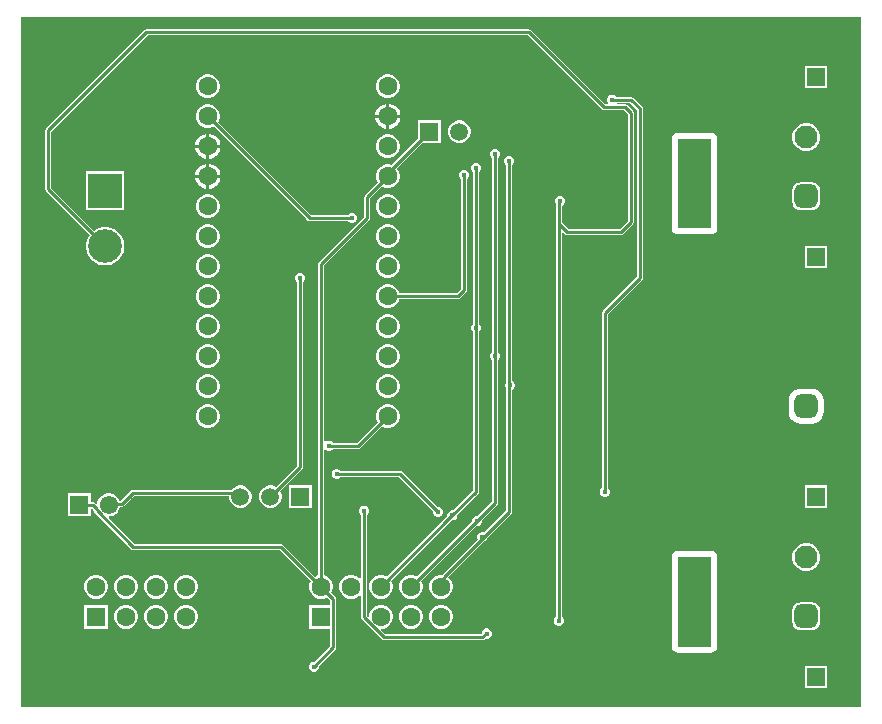
<source format=gbr>
%TF.GenerationSoftware,Altium Limited,Altium Designer,23.9.2 (47)*%
G04 Layer_Physical_Order=2*
G04 Layer_Color=16711680*
%FSLAX45Y45*%
%MOMM*%
%TF.SameCoordinates,FB2876E6-207A-4176-94B4-128B36F1A8A2*%
%TF.FilePolarity,Positive*%
%TF.FileFunction,Copper,L2,Bot,Signal*%
%TF.Part,Single*%
G01*
G75*
%TA.AperFunction,Conductor*%
%ADD20C,0.25000*%
%TA.AperFunction,ComponentPad*%
%ADD21C,1.60000*%
%ADD22R,1.60000X1.60000*%
%ADD23R,1.50000X1.50000*%
%ADD24C,1.50000*%
%ADD25C,1.55000*%
%ADD26R,1.55000X1.55000*%
G04:AMPARAMS|DCode=27|XSize=2.4mm|YSize=4.6mm|CornerRadius=1.2mm|HoleSize=0mm|Usage=FLASHONLY|Rotation=0.000|XOffset=0mm|YOffset=0mm|HoleType=Round|Shape=RoundedRectangle|*
%AMROUNDEDRECTD27*
21,1,2.40000,2.20000,0,0,0.0*
21,1,0.00000,4.60000,0,0,0.0*
1,1,2.40000,0.00000,-1.10000*
1,1,2.40000,0.00000,-1.10000*
1,1,2.40000,0.00000,1.10000*
1,1,2.40000,0.00000,1.10000*
%
%ADD27ROUNDEDRECTD27*%
G04:AMPARAMS|DCode=28|XSize=1.95mm|YSize=1.95mm|CornerRadius=0.4875mm|HoleSize=0mm|Usage=FLASHONLY|Rotation=90.000|XOffset=0mm|YOffset=0mm|HoleType=Round|Shape=RoundedRectangle|*
%AMROUNDEDRECTD28*
21,1,1.95000,0.97500,0,0,90.0*
21,1,0.97500,1.95000,0,0,90.0*
1,1,0.97500,0.48750,0.48750*
1,1,0.97500,0.48750,-0.48750*
1,1,0.97500,-0.48750,-0.48750*
1,1,0.97500,-0.48750,0.48750*
%
%ADD28ROUNDEDRECTD28*%
%ADD29C,1.95000*%
%ADD30C,2.85420*%
%ADD31R,2.85420X2.85420*%
%TA.AperFunction,ViaPad*%
%ADD32C,0.50000*%
%ADD33C,0.45000*%
%ADD34C,0.60000*%
G36*
X17780000Y2540000D02*
X10668000D01*
Y8382000D01*
X17780000D01*
Y2540000D01*
D02*
G37*
%LPC*%
G36*
X17495001Y7965002D02*
X17305000D01*
Y7775002D01*
X17495001D01*
Y7965002D01*
D02*
G37*
G36*
X13787666Y7894498D02*
X13761336D01*
X13735902Y7887683D01*
X13713100Y7874518D01*
X13694482Y7855899D01*
X13681316Y7833096D01*
X13674501Y7807663D01*
Y7781333D01*
X13681316Y7755900D01*
X13694482Y7733097D01*
X13713100Y7714478D01*
X13735902Y7701313D01*
X13761336Y7694498D01*
X13787666D01*
X13813100Y7701313D01*
X13835902Y7714478D01*
X13854521Y7733097D01*
X13867686Y7755900D01*
X13874501Y7781333D01*
Y7807663D01*
X13867686Y7833096D01*
X13854521Y7855899D01*
X13835902Y7874518D01*
X13813100Y7887683D01*
X13787666Y7894498D01*
D02*
G37*
G36*
X12263667D02*
X12237336D01*
X12211903Y7887683D01*
X12189100Y7874518D01*
X12170482Y7855899D01*
X12157316Y7833096D01*
X12150501Y7807663D01*
Y7781333D01*
X12157316Y7755900D01*
X12170482Y7733097D01*
X12189100Y7714478D01*
X12211903Y7701313D01*
X12237336Y7694498D01*
X12263667D01*
X12289100Y7701313D01*
X12311902Y7714478D01*
X12330521Y7733097D01*
X12343686Y7755900D01*
X12350501Y7781333D01*
Y7807663D01*
X12343686Y7833096D01*
X12330521Y7855899D01*
X12311902Y7874518D01*
X12289100Y7887683D01*
X12263667Y7894498D01*
D02*
G37*
G36*
X13788377Y7645898D02*
X13787201D01*
Y7553198D01*
X13879901D01*
Y7554374D01*
X13872717Y7581181D01*
X13858842Y7605215D01*
X13839218Y7624839D01*
X13815184Y7638715D01*
X13788377Y7645898D01*
D02*
G37*
G36*
X13761801D02*
X13760625D01*
X13733818Y7638715D01*
X13709784Y7624839D01*
X13690160Y7605215D01*
X13676283Y7581181D01*
X13669101Y7554374D01*
Y7553198D01*
X13761801D01*
Y7645898D01*
D02*
G37*
G36*
X13879901Y7527798D02*
X13787201D01*
Y7435098D01*
X13788377D01*
X13815184Y7442281D01*
X13839218Y7456157D01*
X13858842Y7475781D01*
X13872717Y7499815D01*
X13879901Y7526622D01*
Y7527798D01*
D02*
G37*
G36*
X13761801D02*
X13669101D01*
Y7526622D01*
X13676283Y7499815D01*
X13690160Y7475781D01*
X13709784Y7456157D01*
X13733818Y7442281D01*
X13760625Y7435098D01*
X13761801D01*
Y7527798D01*
D02*
G37*
G36*
X14392509Y7504998D02*
X14367496D01*
X14343333Y7498523D01*
X14321671Y7486017D01*
X14303983Y7468329D01*
X14291476Y7446666D01*
X14285002Y7422505D01*
Y7397491D01*
X14291476Y7373329D01*
X14303983Y7351667D01*
X14321671Y7333979D01*
X14343333Y7321472D01*
X14367496Y7314998D01*
X14392509D01*
X14416670Y7321472D01*
X14438333Y7333979D01*
X14456020Y7351667D01*
X14468527Y7373329D01*
X14475002Y7397491D01*
Y7422505D01*
X14468527Y7446666D01*
X14456020Y7468329D01*
X14438333Y7486017D01*
X14416670Y7498523D01*
X14392509Y7504998D01*
D02*
G37*
G36*
X12264378Y7391898D02*
X12263201D01*
Y7299198D01*
X12355901D01*
Y7300374D01*
X12348718Y7327181D01*
X12334842Y7351215D01*
X12315218Y7370839D01*
X12291184Y7384715D01*
X12264378Y7391898D01*
D02*
G37*
G36*
X12237801D02*
X12236625D01*
X12209818Y7384715D01*
X12185784Y7370839D01*
X12166160Y7351215D01*
X12152284Y7327181D01*
X12145101Y7300374D01*
Y7299198D01*
X12237801D01*
Y7391898D01*
D02*
G37*
G36*
X17332474Y7479502D02*
X17301535D01*
X17271651Y7471495D01*
X17244856Y7456025D01*
X17222980Y7434149D01*
X17207510Y7407355D01*
X17199504Y7377471D01*
Y7346533D01*
X17207510Y7316649D01*
X17222980Y7289855D01*
X17244856Y7267979D01*
X17271651Y7252509D01*
X17301535Y7244502D01*
X17332474D01*
X17362357Y7252509D01*
X17389149Y7267979D01*
X17411028Y7289855D01*
X17426495Y7316649D01*
X17434505Y7346533D01*
Y7377471D01*
X17426495Y7407355D01*
X17411028Y7434149D01*
X17389149Y7456025D01*
X17362357Y7471495D01*
X17332474Y7479502D01*
D02*
G37*
G36*
X13787666Y7386498D02*
X13761336D01*
X13735902Y7379683D01*
X13713100Y7366518D01*
X13694482Y7347899D01*
X13681316Y7325096D01*
X13674501Y7299663D01*
Y7273333D01*
X13681316Y7247900D01*
X13694482Y7225097D01*
X13713100Y7206478D01*
X13735902Y7193313D01*
X13761336Y7186498D01*
X13787666D01*
X13813100Y7193313D01*
X13835902Y7206478D01*
X13854521Y7225097D01*
X13867686Y7247900D01*
X13874501Y7273333D01*
Y7299663D01*
X13867686Y7325096D01*
X13854521Y7347899D01*
X13835902Y7366518D01*
X13813100Y7379683D01*
X13787666Y7386498D01*
D02*
G37*
G36*
X12355901Y7273798D02*
X12263201D01*
Y7181098D01*
X12264378D01*
X12291184Y7188281D01*
X12315218Y7202157D01*
X12334842Y7221781D01*
X12348718Y7245815D01*
X12355901Y7272622D01*
Y7273798D01*
D02*
G37*
G36*
X12237801D02*
X12145101D01*
Y7272622D01*
X12152284Y7245815D01*
X12166160Y7221781D01*
X12185784Y7202157D01*
X12209818Y7188281D01*
X12236625Y7181098D01*
X12237801D01*
Y7273798D01*
D02*
G37*
G36*
X14221002Y7504998D02*
X14031001D01*
Y7351334D01*
X13806989Y7127321D01*
X13787666Y7132498D01*
X13761336D01*
X13735902Y7125683D01*
X13713100Y7112518D01*
X13694482Y7093899D01*
X13681316Y7071096D01*
X13674501Y7045663D01*
Y7019333D01*
X13681316Y6993900D01*
X13687996Y6982329D01*
X13581831Y6876165D01*
X13576262Y6867829D01*
X13574306Y6857997D01*
Y6690643D01*
X13189832Y6306168D01*
X13184262Y6297833D01*
X13182306Y6288000D01*
Y3652643D01*
X13169402Y3649185D01*
X13157831Y3642505D01*
X12887523Y3912813D01*
X12879187Y3918383D01*
X12869354Y3920339D01*
X11630757D01*
X11410330Y4140766D01*
X11415190Y4152499D01*
X11422836D01*
X11447634Y4159144D01*
X11469866Y4171980D01*
X11488019Y4190133D01*
X11500855Y4212365D01*
X11506798Y4234543D01*
X11525000D01*
X11534832Y4236499D01*
X11543168Y4242068D01*
X11628105Y4327006D01*
X12431000D01*
Y4307495D01*
X12437474Y4283333D01*
X12449981Y4261670D01*
X12467669Y4243983D01*
X12489331Y4231476D01*
X12513493Y4225002D01*
X12538507D01*
X12562668Y4231476D01*
X12584331Y4243983D01*
X12602018Y4261670D01*
X12614525Y4283333D01*
X12621000Y4307495D01*
Y4332508D01*
X12614525Y4356670D01*
X12602018Y4378333D01*
X12584331Y4396020D01*
X12562668Y4408527D01*
X12538507Y4415001D01*
X12513493D01*
X12489331Y4408527D01*
X12467669Y4396020D01*
X12450041Y4378393D01*
X11617462D01*
X11607630Y4376437D01*
X11599294Y4370867D01*
X11514357Y4285930D01*
X11501312D01*
X11500855Y4287633D01*
X11488019Y4309865D01*
X11469866Y4328019D01*
X11447634Y4340854D01*
X11422836Y4347499D01*
X11397164D01*
X11372366Y4340854D01*
X11350134Y4328019D01*
X11331981Y4309865D01*
X11319145Y4287633D01*
X11313337Y4265957D01*
X11300994Y4260339D01*
X11293166Y4268167D01*
X11284830Y4273737D01*
X11274998Y4275693D01*
X11257498D01*
Y4347499D01*
X11062498D01*
Y4152499D01*
X11257498D01*
Y4213202D01*
X11270198Y4218463D01*
X11281707Y4206954D01*
X11283562Y4197627D01*
X11289132Y4189291D01*
X11601946Y3876477D01*
X11610282Y3870907D01*
X11620114Y3868952D01*
X12858711D01*
X13121495Y3606169D01*
X13114815Y3594598D01*
X13108000Y3569165D01*
Y3542835D01*
X13114815Y3517402D01*
X13127980Y3494599D01*
X13146599Y3475980D01*
X13169402Y3462815D01*
X13194835Y3456000D01*
X13221165D01*
X13246597Y3462815D01*
X13258170Y3469495D01*
X13287508Y3440157D01*
Y3402000D01*
X13108000D01*
Y3202000D01*
X13287508D01*
Y3053843D01*
X13156165Y2922500D01*
X13141547D01*
X13125926Y2916030D01*
X13113969Y2904074D01*
X13107500Y2888454D01*
Y2871546D01*
X13113969Y2855926D01*
X13125926Y2843970D01*
X13141547Y2837500D01*
X13158453D01*
X13174074Y2843970D01*
X13186031Y2855926D01*
X13192500Y2871546D01*
Y2886164D01*
X13331367Y3025032D01*
X13336938Y3033368D01*
X13338895Y3043200D01*
Y3450800D01*
X13336938Y3460632D01*
X13331367Y3468968D01*
X13294505Y3505831D01*
X13301186Y3517402D01*
X13308000Y3542835D01*
Y3569165D01*
X13301186Y3594598D01*
X13288020Y3617401D01*
X13269402Y3636020D01*
X13246597Y3649185D01*
X13233694Y3652643D01*
Y4712842D01*
X13246394Y4718103D01*
X13250526Y4713970D01*
X13266145Y4707500D01*
X13283054D01*
X13298674Y4713970D01*
X13309010Y4724306D01*
X13524004D01*
X13533836Y4726262D01*
X13542171Y4731832D01*
X13724333Y4913993D01*
X13735902Y4907313D01*
X13761336Y4900498D01*
X13787666D01*
X13813100Y4907313D01*
X13835902Y4920478D01*
X13854521Y4939097D01*
X13867686Y4961900D01*
X13874501Y4987333D01*
Y5013663D01*
X13867686Y5039096D01*
X13854521Y5061899D01*
X13835902Y5080518D01*
X13813100Y5093683D01*
X13787666Y5100498D01*
X13761336D01*
X13735902Y5093683D01*
X13713100Y5080518D01*
X13694482Y5061899D01*
X13681316Y5039096D01*
X13674501Y5013663D01*
Y4987333D01*
X13681316Y4961900D01*
X13687996Y4950329D01*
X13513361Y4775694D01*
X13309010D01*
X13298674Y4786030D01*
X13283054Y4792500D01*
X13266145D01*
X13250526Y4786030D01*
X13246394Y4781897D01*
X13233694Y4787158D01*
Y6277358D01*
X13618169Y6661832D01*
X13623738Y6670168D01*
X13625694Y6680000D01*
Y6847354D01*
X13724333Y6945993D01*
X13735902Y6939313D01*
X13761336Y6932498D01*
X13787666D01*
X13813100Y6939313D01*
X13835902Y6952478D01*
X13854521Y6971097D01*
X13867686Y6993900D01*
X13874501Y7019333D01*
Y7045663D01*
X13867686Y7071096D01*
X13854521Y7093899D01*
X13850380Y7098040D01*
X14067339Y7314998D01*
X14221002D01*
Y7504998D01*
D02*
G37*
G36*
X12264378Y7137898D02*
X12263201D01*
Y7045198D01*
X12355901D01*
Y7046374D01*
X12348718Y7073181D01*
X12334842Y7097215D01*
X12315218Y7116839D01*
X12291184Y7130715D01*
X12264378Y7137898D01*
D02*
G37*
G36*
X12237801D02*
X12236625D01*
X12209818Y7130715D01*
X12185784Y7116839D01*
X12166160Y7097215D01*
X12152284Y7073181D01*
X12145101Y7046374D01*
Y7045198D01*
X12237801D01*
Y7137898D01*
D02*
G37*
G36*
X12355901Y7019798D02*
X12263201D01*
Y6927098D01*
X12264378D01*
X12291184Y6934281D01*
X12315218Y6948157D01*
X12334842Y6967781D01*
X12348718Y6991815D01*
X12355901Y7018622D01*
Y7019798D01*
D02*
G37*
G36*
X12237801D02*
X12145101D01*
Y7018622D01*
X12152284Y6991815D01*
X12166160Y6967781D01*
X12185784Y6948157D01*
X12209818Y6934281D01*
X12236625Y6927098D01*
X12237801D01*
Y7019798D01*
D02*
G37*
G36*
X11542713Y7072612D02*
X11217293D01*
Y6747192D01*
X11542713D01*
Y7072612D01*
D02*
G37*
G36*
X17365755Y6980096D02*
X17268254D01*
X17250307Y6977734D01*
X17233582Y6970806D01*
X17219221Y6959786D01*
X17208202Y6945425D01*
X17201273Y6928700D01*
X17198911Y6910753D01*
Y6813253D01*
X17201273Y6795306D01*
X17208202Y6778581D01*
X17219221Y6764220D01*
X17233582Y6753200D01*
X17250307Y6746273D01*
X17268254Y6743910D01*
X17365755D01*
X17383701Y6746273D01*
X17400426Y6753200D01*
X17414787Y6764220D01*
X17425807Y6778581D01*
X17432735Y6795306D01*
X17435097Y6813253D01*
Y6910753D01*
X17432735Y6928700D01*
X17425807Y6945425D01*
X17414787Y6959786D01*
X17400426Y6970806D01*
X17383701Y6977734D01*
X17365755Y6980096D01*
D02*
G37*
G36*
X13787666Y6878498D02*
X13761336D01*
X13735902Y6871683D01*
X13713100Y6858518D01*
X13694482Y6839899D01*
X13681316Y6817096D01*
X13674501Y6791663D01*
Y6765333D01*
X13681316Y6739900D01*
X13694482Y6717097D01*
X13713100Y6698478D01*
X13735902Y6685313D01*
X13761336Y6678498D01*
X13787666D01*
X13813100Y6685313D01*
X13835902Y6698478D01*
X13854521Y6717097D01*
X13867686Y6739900D01*
X13874501Y6765333D01*
Y6791663D01*
X13867686Y6817096D01*
X13854521Y6839899D01*
X13835902Y6858518D01*
X13813100Y6871683D01*
X13787666Y6878498D01*
D02*
G37*
G36*
X12263667D02*
X12237336D01*
X12211903Y6871683D01*
X12189100Y6858518D01*
X12170482Y6839899D01*
X12157316Y6817096D01*
X12150501Y6791663D01*
Y6765333D01*
X12157316Y6739900D01*
X12170482Y6717097D01*
X12189100Y6698478D01*
X12211903Y6685313D01*
X12237336Y6678498D01*
X12263667D01*
X12289100Y6685313D01*
X12311902Y6698478D01*
X12330521Y6717097D01*
X12343686Y6739900D01*
X12350501Y6765333D01*
Y6791663D01*
X12343686Y6817096D01*
X12330521Y6839899D01*
X12311902Y6858518D01*
X12289100Y6871683D01*
X12263667Y6878498D01*
D02*
G37*
G36*
Y7640498D02*
X12237336D01*
X12211903Y7633683D01*
X12189100Y7620518D01*
X12170482Y7601899D01*
X12157316Y7579096D01*
X12150501Y7553663D01*
Y7527333D01*
X12157316Y7501900D01*
X12170482Y7479097D01*
X12189100Y7460478D01*
X12211903Y7447313D01*
X12237336Y7440498D01*
X12263667D01*
X12289100Y7447313D01*
X12300670Y7453993D01*
X13092831Y6661832D01*
X13101167Y6656262D01*
X13110999Y6654306D01*
X13435590D01*
X13445926Y6643970D01*
X13461546Y6637500D01*
X13478455D01*
X13494073Y6643970D01*
X13506030Y6655926D01*
X13512500Y6671546D01*
Y6688454D01*
X13506030Y6704074D01*
X13494073Y6716030D01*
X13478455Y6722500D01*
X13461546D01*
X13445926Y6716030D01*
X13435590Y6705694D01*
X13121642D01*
X12337006Y7490329D01*
X12343686Y7501900D01*
X12350501Y7527333D01*
Y7553663D01*
X12343686Y7579096D01*
X12330521Y7601899D01*
X12311902Y7620518D01*
X12289100Y7633683D01*
X12263667Y7640498D01*
D02*
G37*
G36*
X16510001Y7400980D02*
X16230000D01*
X16210490Y7397099D01*
X16193951Y7386048D01*
X16182901Y7369509D01*
X16179021Y7350000D01*
Y6590000D01*
X16182901Y6570491D01*
X16193951Y6553952D01*
X16210490Y6542901D01*
X16230000Y6539020D01*
X16510001D01*
X16529509Y6542901D01*
X16546048Y6553952D01*
X16557098Y6570491D01*
X16560980Y6590000D01*
Y7350000D01*
X16557098Y7369509D01*
X16546048Y7386048D01*
X16529509Y7397099D01*
X16510001Y7400980D01*
D02*
G37*
G36*
X13787666Y6624498D02*
X13761336D01*
X13735902Y6617683D01*
X13713100Y6604518D01*
X13694482Y6585899D01*
X13681316Y6563096D01*
X13674501Y6537663D01*
Y6511333D01*
X13681316Y6485900D01*
X13694482Y6463097D01*
X13713100Y6444478D01*
X13735902Y6431313D01*
X13761336Y6424498D01*
X13787666D01*
X13813100Y6431313D01*
X13835902Y6444478D01*
X13854521Y6463097D01*
X13867686Y6485900D01*
X13874501Y6511333D01*
Y6537663D01*
X13867686Y6563096D01*
X13854521Y6585899D01*
X13835902Y6604518D01*
X13813100Y6617683D01*
X13787666Y6624498D01*
D02*
G37*
G36*
X12263667D02*
X12237336D01*
X12211903Y6617683D01*
X12189100Y6604518D01*
X12170482Y6585899D01*
X12157316Y6563096D01*
X12150501Y6537663D01*
Y6511333D01*
X12157316Y6485900D01*
X12170482Y6463097D01*
X12189100Y6444478D01*
X12211903Y6431313D01*
X12237336Y6424498D01*
X12263667D01*
X12289100Y6431313D01*
X12311902Y6444478D01*
X12330521Y6463097D01*
X12343686Y6485900D01*
X12350501Y6511333D01*
Y6537663D01*
X12343686Y6563096D01*
X12330521Y6585899D01*
X12311902Y6604518D01*
X12289100Y6617683D01*
X12263667Y6624498D01*
D02*
G37*
G36*
X17495001Y6445000D02*
X17305000D01*
Y6255000D01*
X17495001D01*
Y6445000D01*
D02*
G37*
G36*
X13787666Y6370498D02*
X13761336D01*
X13735902Y6363683D01*
X13713100Y6350518D01*
X13694482Y6331899D01*
X13681316Y6309096D01*
X13674501Y6283663D01*
Y6257333D01*
X13681316Y6231900D01*
X13694482Y6209097D01*
X13713100Y6190478D01*
X13735902Y6177313D01*
X13761336Y6170498D01*
X13787666D01*
X13813100Y6177313D01*
X13835902Y6190478D01*
X13854521Y6209097D01*
X13867686Y6231900D01*
X13874501Y6257333D01*
Y6283663D01*
X13867686Y6309096D01*
X13854521Y6331899D01*
X13835902Y6350518D01*
X13813100Y6363683D01*
X13787666Y6370498D01*
D02*
G37*
G36*
X12263667D02*
X12237336D01*
X12211903Y6363683D01*
X12189100Y6350518D01*
X12170482Y6331899D01*
X12157316Y6309096D01*
X12150501Y6283663D01*
Y6257333D01*
X12157316Y6231900D01*
X12170482Y6209097D01*
X12189100Y6190478D01*
X12211903Y6177313D01*
X12237336Y6170498D01*
X12263667D01*
X12289100Y6177313D01*
X12311902Y6190478D01*
X12330521Y6209097D01*
X12343686Y6231900D01*
X12350501Y6257333D01*
Y6283663D01*
X12343686Y6309096D01*
X12330521Y6331899D01*
X12311902Y6350518D01*
X12289100Y6363683D01*
X12263667Y6370498D01*
D02*
G37*
G36*
X14428455Y7082500D02*
X14411546D01*
X14395926Y7076030D01*
X14383971Y7064074D01*
X14377499Y7048454D01*
Y7031546D01*
X14383971Y7015926D01*
X14394305Y7005590D01*
Y6080643D01*
X14355855Y6042192D01*
X13871144D01*
X13867686Y6055096D01*
X13854521Y6077899D01*
X13835902Y6096518D01*
X13813100Y6109683D01*
X13787666Y6116498D01*
X13761336D01*
X13735902Y6109683D01*
X13713100Y6096518D01*
X13694482Y6077899D01*
X13681316Y6055096D01*
X13674501Y6029663D01*
Y6003333D01*
X13681316Y5977900D01*
X13694482Y5955097D01*
X13713100Y5936478D01*
X13735902Y5923313D01*
X13761336Y5916498D01*
X13787666D01*
X13813100Y5923313D01*
X13835902Y5936478D01*
X13854521Y5955097D01*
X13867686Y5977900D01*
X13871144Y5990804D01*
X14366498D01*
X14376331Y5992760D01*
X14384666Y5998330D01*
X14438168Y6051832D01*
X14443738Y6060167D01*
X14445694Y6070000D01*
Y7005590D01*
X14456030Y7015926D01*
X14462500Y7031546D01*
Y7048454D01*
X14456030Y7064074D01*
X14444073Y7076030D01*
X14428455Y7082500D01*
D02*
G37*
G36*
X12263667Y6116498D02*
X12237336D01*
X12211903Y6109683D01*
X12189100Y6096518D01*
X12170482Y6077899D01*
X12157316Y6055096D01*
X12150501Y6029663D01*
Y6003333D01*
X12157316Y5977900D01*
X12170482Y5955097D01*
X12189100Y5936478D01*
X12211903Y5923313D01*
X12237336Y5916498D01*
X12263667D01*
X12289100Y5923313D01*
X12311902Y5936478D01*
X12330521Y5955097D01*
X12343686Y5977900D01*
X12350501Y6003333D01*
Y6029663D01*
X12343686Y6055096D01*
X12330521Y6077899D01*
X12311902Y6096518D01*
X12289100Y6109683D01*
X12263667Y6116498D01*
D02*
G37*
G36*
X13787666Y5862498D02*
X13761336D01*
X13735902Y5855683D01*
X13713100Y5842518D01*
X13694482Y5823899D01*
X13681316Y5801096D01*
X13674501Y5775663D01*
Y5749333D01*
X13681316Y5723900D01*
X13694482Y5701097D01*
X13713100Y5682478D01*
X13735902Y5669313D01*
X13761336Y5662498D01*
X13787666D01*
X13813100Y5669313D01*
X13835902Y5682478D01*
X13854521Y5701097D01*
X13867686Y5723900D01*
X13874501Y5749333D01*
Y5775663D01*
X13867686Y5801096D01*
X13854521Y5823899D01*
X13835902Y5842518D01*
X13813100Y5855683D01*
X13787666Y5862498D01*
D02*
G37*
G36*
X12263667D02*
X12237336D01*
X12211903Y5855683D01*
X12189100Y5842518D01*
X12170482Y5823899D01*
X12157316Y5801096D01*
X12150501Y5775663D01*
Y5749333D01*
X12157316Y5723900D01*
X12170482Y5701097D01*
X12189100Y5682478D01*
X12211903Y5669313D01*
X12237336Y5662498D01*
X12263667D01*
X12289100Y5669313D01*
X12311902Y5682478D01*
X12330521Y5701097D01*
X12343686Y5723900D01*
X12350501Y5749333D01*
Y5775663D01*
X12343686Y5801096D01*
X12330521Y5823899D01*
X12311902Y5842518D01*
X12289100Y5855683D01*
X12263667Y5862498D01*
D02*
G37*
G36*
X13787666Y5608498D02*
X13761336D01*
X13735902Y5601683D01*
X13713100Y5588518D01*
X13694482Y5569899D01*
X13681316Y5547096D01*
X13674501Y5521663D01*
Y5495333D01*
X13681316Y5469900D01*
X13694482Y5447097D01*
X13713100Y5428478D01*
X13735902Y5415313D01*
X13761336Y5408498D01*
X13787666D01*
X13813100Y5415313D01*
X13835902Y5428478D01*
X13854521Y5447097D01*
X13867686Y5469900D01*
X13874501Y5495333D01*
Y5521663D01*
X13867686Y5547096D01*
X13854521Y5569899D01*
X13835902Y5588518D01*
X13813100Y5601683D01*
X13787666Y5608498D01*
D02*
G37*
G36*
X12263667D02*
X12237336D01*
X12211903Y5601683D01*
X12189100Y5588518D01*
X12170482Y5569899D01*
X12157316Y5547096D01*
X12150501Y5521663D01*
Y5495333D01*
X12157316Y5469900D01*
X12170482Y5447097D01*
X12189100Y5428478D01*
X12211903Y5415313D01*
X12237336Y5408498D01*
X12263667D01*
X12289100Y5415313D01*
X12311902Y5428478D01*
X12330521Y5447097D01*
X12343686Y5469900D01*
X12350501Y5495333D01*
Y5521663D01*
X12343686Y5547096D01*
X12330521Y5569899D01*
X12311902Y5588518D01*
X12289100Y5601683D01*
X12263667Y5608498D01*
D02*
G37*
G36*
X13787666Y5354498D02*
X13761336D01*
X13735902Y5347683D01*
X13713100Y5334518D01*
X13694482Y5315899D01*
X13681316Y5293096D01*
X13674501Y5267663D01*
Y5241333D01*
X13681316Y5215900D01*
X13694482Y5193097D01*
X13713100Y5174478D01*
X13735902Y5161313D01*
X13761336Y5154498D01*
X13787666D01*
X13813100Y5161313D01*
X13835902Y5174478D01*
X13854521Y5193097D01*
X13867686Y5215900D01*
X13874501Y5241333D01*
Y5267663D01*
X13867686Y5293096D01*
X13854521Y5315899D01*
X13835902Y5334518D01*
X13813100Y5347683D01*
X13787666Y5354498D01*
D02*
G37*
G36*
X12263667D02*
X12237336D01*
X12211903Y5347683D01*
X12189100Y5334518D01*
X12170482Y5315899D01*
X12157316Y5293096D01*
X12150501Y5267663D01*
Y5241333D01*
X12157316Y5215900D01*
X12170482Y5193097D01*
X12189100Y5174478D01*
X12211903Y5161313D01*
X12237336Y5154498D01*
X12263667D01*
X12289100Y5161313D01*
X12311902Y5174478D01*
X12330521Y5193097D01*
X12343686Y5215900D01*
X12350501Y5241333D01*
Y5267663D01*
X12343686Y5293096D01*
X12330521Y5315899D01*
X12311902Y5334518D01*
X12289100Y5347683D01*
X12263667Y5354498D01*
D02*
G37*
G36*
X17365755Y5232355D02*
X17268254D01*
X17242474Y5228961D01*
X17218452Y5219011D01*
X17197824Y5203182D01*
X17181996Y5182554D01*
X17172046Y5158532D01*
X17168652Y5132753D01*
Y5035253D01*
X17172046Y5009474D01*
X17181996Y4985452D01*
X17197824Y4964824D01*
X17218452Y4948995D01*
X17242474Y4939045D01*
X17268254Y4935651D01*
X17365755D01*
X17391533Y4939045D01*
X17415555Y4948995D01*
X17436183Y4964824D01*
X17452013Y4985452D01*
X17461961Y5009474D01*
X17465356Y5035253D01*
Y5132753D01*
X17461961Y5158532D01*
X17452013Y5182554D01*
X17436183Y5203182D01*
X17415555Y5219011D01*
X17391533Y5228961D01*
X17365755Y5232355D01*
D02*
G37*
G36*
X12263667Y5100498D02*
X12237336D01*
X12211903Y5093683D01*
X12189100Y5080518D01*
X12170482Y5061899D01*
X12157316Y5039096D01*
X12150501Y5013663D01*
Y4987333D01*
X12157316Y4961900D01*
X12170482Y4939097D01*
X12189100Y4920478D01*
X12211903Y4907313D01*
X12237336Y4900498D01*
X12263667D01*
X12289100Y4907313D01*
X12311902Y4920478D01*
X12330521Y4939097D01*
X12343686Y4961900D01*
X12350501Y4987333D01*
Y5013663D01*
X12343686Y5039096D01*
X12330521Y5061899D01*
X12311902Y5080518D01*
X12289100Y5093683D01*
X12263667Y5100498D01*
D02*
G37*
G36*
X13038454Y6212500D02*
X13021545D01*
X13005927Y6206030D01*
X12993970Y6194074D01*
X12987500Y6178454D01*
Y6161546D01*
X12993970Y6145926D01*
X13004306Y6135590D01*
Y4580644D01*
X12826508Y4402846D01*
X12816669Y4408527D01*
X12792507Y4415001D01*
X12767493D01*
X12743331Y4408527D01*
X12721669Y4396020D01*
X12703981Y4378333D01*
X12691474Y4356670D01*
X12685000Y4332508D01*
Y4307495D01*
X12691474Y4283333D01*
X12703981Y4261670D01*
X12721669Y4243983D01*
X12743331Y4231476D01*
X12767493Y4225002D01*
X12792507D01*
X12816669Y4231476D01*
X12838332Y4243983D01*
X12856018Y4261670D01*
X12868526Y4283333D01*
X12875000Y4307495D01*
Y4332508D01*
X12868526Y4356670D01*
X12862843Y4366510D01*
X13048167Y4551834D01*
X13053738Y4560169D01*
X13055695Y4570002D01*
Y6135590D01*
X13066029Y6145926D01*
X13072501Y6161546D01*
Y6178454D01*
X13066029Y6194074D01*
X13054074Y6206030D01*
X13038454Y6212500D01*
D02*
G37*
G36*
X14970000Y8275694D02*
X11730000D01*
X11720168Y8273738D01*
X11711832Y8268168D01*
X10881832Y7438168D01*
X10876262Y7429832D01*
X10874306Y7420000D01*
Y6920005D01*
X10876262Y6910172D01*
X10881832Y6901837D01*
X11248141Y6535528D01*
X11235811Y6517074D01*
X11223545Y6487463D01*
X11217293Y6456028D01*
Y6423977D01*
X11223545Y6392542D01*
X11235811Y6362930D01*
X11253618Y6336281D01*
X11276281Y6313617D01*
X11302931Y6295811D01*
X11332542Y6283545D01*
X11363977Y6277293D01*
X11396028D01*
X11427463Y6283545D01*
X11457075Y6295811D01*
X11483724Y6313617D01*
X11506388Y6336281D01*
X11524194Y6362930D01*
X11536460Y6392542D01*
X11542713Y6423977D01*
Y6456028D01*
X11536460Y6487463D01*
X11524194Y6517074D01*
X11506388Y6543724D01*
X11483724Y6566387D01*
X11457075Y6584194D01*
X11427463Y6596460D01*
X11396028Y6602712D01*
X11363977D01*
X11332542Y6596460D01*
X11302931Y6584194D01*
X11284477Y6571864D01*
X10925694Y6930648D01*
Y7409357D01*
X11740643Y8224306D01*
X14959357D01*
X15586832Y7596832D01*
X15595168Y7591262D01*
X15605000Y7589306D01*
X15774358D01*
X15804306Y7559358D01*
Y6650643D01*
X15739357Y6585694D01*
X15300642D01*
X15245694Y6640643D01*
Y6780499D01*
X15254074Y6783970D01*
X15266029Y6795926D01*
X15272501Y6811546D01*
Y6828454D01*
X15266029Y6844074D01*
X15254074Y6856030D01*
X15238454Y6862500D01*
X15221545D01*
X15205927Y6856030D01*
X15193970Y6844074D01*
X15187500Y6828454D01*
Y6811546D01*
X15193970Y6795926D01*
X15194305Y6795590D01*
Y6630000D01*
Y3304410D01*
X15183971Y3294074D01*
X15177499Y3278454D01*
Y3261546D01*
X15183971Y3245926D01*
X15195926Y3233970D01*
X15211546Y3227500D01*
X15228455D01*
X15244073Y3233970D01*
X15256030Y3245926D01*
X15262500Y3261546D01*
Y3278454D01*
X15256030Y3294074D01*
X15245694Y3304410D01*
Y6551377D01*
X15257426Y6556237D01*
X15271832Y6541832D01*
X15280167Y6536262D01*
X15289999Y6534306D01*
X15750000D01*
X15759833Y6536262D01*
X15768169Y6541832D01*
X15848167Y6621832D01*
X15853738Y6630168D01*
X15855695Y6640000D01*
Y7570000D01*
X15853738Y7579833D01*
X15848167Y7588168D01*
X15803168Y7633168D01*
X15794833Y7638738D01*
X15785001Y7640694D01*
X15723045D01*
X15716257Y7653394D01*
X15716866Y7654306D01*
X15824713D01*
X15884306Y7594713D01*
Y6183349D01*
X15591832Y5890874D01*
X15586263Y5882539D01*
X15584306Y5872706D01*
Y4394410D01*
X15573970Y4384074D01*
X15567500Y4368454D01*
Y4351546D01*
X15573970Y4335926D01*
X15585925Y4323970D01*
X15601546Y4317500D01*
X15618454D01*
X15634074Y4323970D01*
X15646030Y4335926D01*
X15652499Y4351546D01*
Y4368454D01*
X15646030Y4384074D01*
X15635693Y4394410D01*
Y5862063D01*
X15928168Y6154538D01*
X15933739Y6162873D01*
X15935693Y6172706D01*
Y7605355D01*
X15933739Y7615188D01*
X15928168Y7623523D01*
X15853523Y7698168D01*
X15845187Y7703738D01*
X15835355Y7705694D01*
X15704410D01*
X15694073Y7716030D01*
X15678455Y7722500D01*
X15661546D01*
X15645926Y7716030D01*
X15633971Y7704074D01*
X15627499Y7688454D01*
Y7671546D01*
X15633971Y7655926D01*
X15636502Y7653394D01*
X15631242Y7640694D01*
X15615643D01*
X14988168Y8268168D01*
X14979832Y8273738D01*
X14970000Y8275694D01*
D02*
G37*
G36*
X17495001Y4415001D02*
X17305000D01*
Y4225002D01*
X17495001D01*
Y4415001D01*
D02*
G37*
G36*
X13128999D02*
X12939000D01*
Y4225002D01*
X13128999D01*
Y4415001D01*
D02*
G37*
G36*
X13348454Y4552500D02*
X13331546D01*
X13315926Y4546030D01*
X13303970Y4534074D01*
X13297501Y4518454D01*
Y4501546D01*
X13303970Y4485926D01*
X13315926Y4473970D01*
X13331546Y4467500D01*
X13348454D01*
X13364075Y4473970D01*
X13374409Y4484306D01*
X13869357D01*
X14157500Y4196164D01*
Y4181546D01*
X14163969Y4165926D01*
X14175926Y4153970D01*
X14191547Y4147500D01*
X14208453D01*
X14224074Y4153970D01*
X14236031Y4165926D01*
X14242500Y4181546D01*
Y4198454D01*
X14236031Y4214074D01*
X14224074Y4226030D01*
X14208453Y4232500D01*
X14193835D01*
X13898167Y4528168D01*
X13889833Y4533738D01*
X13880000Y4535694D01*
X13374409D01*
X13364075Y4546030D01*
X13348454Y4552500D01*
D02*
G37*
G36*
X14688454Y7262500D02*
X14671545D01*
X14655927Y7256030D01*
X14643970Y7244074D01*
X14637500Y7228454D01*
Y7211546D01*
X14643970Y7195926D01*
X14654306Y7185590D01*
X14654306Y5544410D01*
X14643970Y5534074D01*
X14637500Y5518454D01*
Y5501546D01*
X14643970Y5485926D01*
X14654306Y5475590D01*
Y4276642D01*
X14530164Y4152500D01*
X14521545D01*
X14505927Y4146030D01*
X14493970Y4134074D01*
X14487500Y4118454D01*
Y4109836D01*
X14020169Y3642505D01*
X14008598Y3649185D01*
X13983165Y3656000D01*
X13956834D01*
X13931403Y3649185D01*
X13908598Y3636020D01*
X13889980Y3617401D01*
X13876814Y3594598D01*
X13870000Y3569165D01*
Y3542835D01*
X13876814Y3517402D01*
X13889980Y3494599D01*
X13908598Y3475980D01*
X13931403Y3462815D01*
X13956834Y3456000D01*
X13983165D01*
X14008598Y3462815D01*
X14031401Y3475980D01*
X14050020Y3494599D01*
X14063185Y3517402D01*
X14070000Y3542835D01*
Y3569165D01*
X14063185Y3594598D01*
X14056505Y3606169D01*
X14518922Y4068587D01*
X14521545Y4067500D01*
X14538454D01*
X14554074Y4073970D01*
X14566029Y4085926D01*
X14572501Y4101546D01*
Y4118454D01*
X14571413Y4121077D01*
X14698167Y4247832D01*
X14703738Y4256167D01*
X14705693Y4266000D01*
Y5475590D01*
X14716029Y5485926D01*
X14722501Y5501546D01*
Y5518454D01*
X14716029Y5534074D01*
X14705693Y5544410D01*
X14705695Y7185590D01*
X14716029Y7195926D01*
X14722501Y7211546D01*
Y7228454D01*
X14716029Y7244074D01*
X14704074Y7256030D01*
X14688454Y7262500D01*
D02*
G37*
G36*
X14808453Y7202100D02*
X14791547D01*
X14775926Y7195630D01*
X14763969Y7183674D01*
X14757500Y7168054D01*
Y7151146D01*
X14763969Y7135526D01*
X14774306Y7125190D01*
Y5284410D01*
X14773970Y5284074D01*
X14767500Y5268454D01*
Y5251546D01*
X14773970Y5235926D01*
X14774306Y5235590D01*
Y4200643D01*
X14589191Y4015526D01*
X14582767Y4018186D01*
X14565860D01*
X14550240Y4011716D01*
X14538284Y3999761D01*
X14531815Y3984140D01*
Y3967233D01*
X14534474Y3960810D01*
X14231664Y3657999D01*
X14230327Y3656000D01*
X14210835D01*
X14185402Y3649185D01*
X14162599Y3636020D01*
X14143980Y3617401D01*
X14130815Y3594598D01*
X14124001Y3569165D01*
Y3542835D01*
X14130815Y3517402D01*
X14143980Y3494599D01*
X14162599Y3475980D01*
X14185402Y3462815D01*
X14210835Y3456000D01*
X14237164D01*
X14262598Y3462815D01*
X14285400Y3475980D01*
X14304021Y3494599D01*
X14317184Y3517402D01*
X14324001Y3542835D01*
Y3569165D01*
X14317184Y3594598D01*
X14304021Y3617401D01*
X14285400Y3636019D01*
X14285046Y3638711D01*
X14579523Y3933187D01*
X14582767D01*
X14598389Y3939657D01*
X14610342Y3951612D01*
X14616814Y3967233D01*
Y3970477D01*
X14818169Y4171832D01*
X14823738Y4180167D01*
X14825694Y4190000D01*
Y5220499D01*
X14834074Y5223970D01*
X14846030Y5235926D01*
X14852499Y5251546D01*
Y5268454D01*
X14846030Y5284074D01*
X14834074Y5296030D01*
X14825694Y5299501D01*
Y7125190D01*
X14836031Y7135526D01*
X14842500Y7151146D01*
Y7168054D01*
X14836031Y7183674D01*
X14824074Y7195630D01*
X14808453Y7202100D01*
D02*
G37*
G36*
X17332474Y3923502D02*
X17301535D01*
X17271651Y3915495D01*
X17244856Y3900025D01*
X17222980Y3878149D01*
X17207510Y3851355D01*
X17199504Y3821471D01*
Y3790533D01*
X17207510Y3760649D01*
X17222980Y3733855D01*
X17244856Y3711979D01*
X17271651Y3696509D01*
X17301535Y3688502D01*
X17332474D01*
X17362357Y3696509D01*
X17389149Y3711979D01*
X17411028Y3733855D01*
X17426495Y3760649D01*
X17434505Y3790533D01*
Y3821471D01*
X17426495Y3851355D01*
X17411028Y3878149D01*
X17389149Y3900025D01*
X17362357Y3915495D01*
X17332474Y3923502D01*
D02*
G37*
G36*
X14528455Y7142500D02*
X14511546D01*
X14495926Y7136030D01*
X14483971Y7124074D01*
X14477499Y7108454D01*
Y7091546D01*
X14483971Y7075926D01*
X14494305Y7065590D01*
Y5784410D01*
X14483971Y5774074D01*
X14477499Y5758454D01*
Y5741546D01*
X14483971Y5725926D01*
X14494305Y5715590D01*
Y4370643D01*
X14326164Y4202500D01*
X14311546D01*
X14295926Y4196030D01*
X14283971Y4184074D01*
X14277499Y4168454D01*
Y4153836D01*
X13766170Y3642505D01*
X13754597Y3649185D01*
X13729166Y3656000D01*
X13702835D01*
X13677402Y3649185D01*
X13654599Y3636020D01*
X13635980Y3617401D01*
X13622815Y3594598D01*
X13616000Y3569165D01*
Y3542835D01*
X13622815Y3517402D01*
X13635980Y3494599D01*
X13654599Y3475980D01*
X13677402Y3462815D01*
X13702835Y3456000D01*
X13729166D01*
X13754597Y3462815D01*
X13777402Y3475980D01*
X13796021Y3494599D01*
X13809184Y3517402D01*
X13816000Y3542835D01*
Y3569165D01*
X13809184Y3594598D01*
X13802505Y3606169D01*
X14313837Y4117500D01*
X14328455D01*
X14344073Y4123970D01*
X14356030Y4135926D01*
X14362500Y4151546D01*
Y4166164D01*
X14538168Y4341832D01*
X14543738Y4350167D01*
X14545694Y4360000D01*
Y5715590D01*
X14556030Y5725926D01*
X14562500Y5741546D01*
Y5758454D01*
X14556030Y5774074D01*
X14545694Y5784410D01*
Y7065590D01*
X14556030Y7075926D01*
X14562500Y7091546D01*
Y7108454D01*
X14556030Y7124074D01*
X14544073Y7136030D01*
X14528455Y7142500D01*
D02*
G37*
G36*
X13578455Y4242500D02*
X13561546D01*
X13545926Y4236030D01*
X13533971Y4224074D01*
X13527499Y4208454D01*
Y4191546D01*
X13533971Y4175926D01*
X13544305Y4165590D01*
Y3633075D01*
X13531606Y3627814D01*
X13523401Y3636020D01*
X13500598Y3649185D01*
X13475165Y3656000D01*
X13448836D01*
X13423402Y3649185D01*
X13400600Y3636020D01*
X13381979Y3617401D01*
X13368816Y3594598D01*
X13362000Y3569165D01*
Y3542835D01*
X13368816Y3517402D01*
X13381979Y3494599D01*
X13400600Y3475980D01*
X13423402Y3462815D01*
X13448836Y3456000D01*
X13475165D01*
X13500598Y3462815D01*
X13523401Y3475980D01*
X13531606Y3484186D01*
X13544305Y3478925D01*
Y3299225D01*
X13546262Y3289392D01*
X13551833Y3281057D01*
X13721057Y3111832D01*
X13729391Y3106262D01*
X13739224Y3104306D01*
X14574588D01*
X14584421Y3106262D01*
X14592757Y3111832D01*
X14599339Y3118415D01*
X14601546Y3117500D01*
X14618454D01*
X14634074Y3123970D01*
X14646030Y3135926D01*
X14652499Y3151546D01*
Y3168454D01*
X14646030Y3184074D01*
X14634074Y3196030D01*
X14618454Y3202500D01*
X14601546D01*
X14585925Y3196030D01*
X14573970Y3184074D01*
X14567500Y3168454D01*
Y3159248D01*
X14563945Y3155694D01*
X13749867D01*
X13715294Y3190267D01*
X13720154Y3202000D01*
X13729166D01*
X13754597Y3208815D01*
X13777402Y3221980D01*
X13796021Y3240599D01*
X13809184Y3263402D01*
X13816000Y3288835D01*
Y3315165D01*
X13809184Y3340598D01*
X13796021Y3363401D01*
X13777402Y3382020D01*
X13754597Y3395185D01*
X13729166Y3402000D01*
X13702835D01*
X13677402Y3395185D01*
X13654599Y3382020D01*
X13635980Y3363401D01*
X13622815Y3340598D01*
X13616000Y3315165D01*
Y3306154D01*
X13604266Y3301294D01*
X13595694Y3309867D01*
Y4165590D01*
X13606030Y4175926D01*
X13612500Y4191546D01*
Y4208454D01*
X13606030Y4224074D01*
X13594073Y4236030D01*
X13578455Y4242500D01*
D02*
G37*
G36*
X12078165Y3656000D02*
X12051835D01*
X12026402Y3649185D01*
X12003599Y3636020D01*
X11984980Y3617401D01*
X11971815Y3594598D01*
X11965000Y3569165D01*
Y3542835D01*
X11971815Y3517402D01*
X11984980Y3494599D01*
X12003599Y3475980D01*
X12026402Y3462815D01*
X12051835Y3456000D01*
X12078165D01*
X12103598Y3462815D01*
X12126401Y3475980D01*
X12145020Y3494599D01*
X12158185Y3517402D01*
X12165000Y3542835D01*
Y3569165D01*
X12158185Y3594598D01*
X12145020Y3617401D01*
X12126401Y3636020D01*
X12103598Y3649185D01*
X12078165Y3656000D01*
D02*
G37*
G36*
X11824165D02*
X11797835D01*
X11772402Y3649185D01*
X11749599Y3636020D01*
X11730980Y3617401D01*
X11717815Y3594598D01*
X11711000Y3569165D01*
Y3542835D01*
X11717815Y3517402D01*
X11730980Y3494599D01*
X11749599Y3475980D01*
X11772402Y3462815D01*
X11797835Y3456000D01*
X11824165D01*
X11849598Y3462815D01*
X11872401Y3475980D01*
X11891020Y3494599D01*
X11904185Y3517402D01*
X11911000Y3542835D01*
Y3569165D01*
X11904185Y3594598D01*
X11891020Y3617401D01*
X11872401Y3636020D01*
X11849598Y3649185D01*
X11824165Y3656000D01*
D02*
G37*
G36*
X11570165D02*
X11543835D01*
X11518402Y3649185D01*
X11495599Y3636020D01*
X11476980Y3617401D01*
X11463815Y3594598D01*
X11457000Y3569165D01*
Y3542835D01*
X11463815Y3517402D01*
X11476980Y3494599D01*
X11495599Y3475980D01*
X11518402Y3462815D01*
X11543835Y3456000D01*
X11570165D01*
X11595598Y3462815D01*
X11618401Y3475980D01*
X11637020Y3494599D01*
X11650185Y3517402D01*
X11657000Y3542835D01*
Y3569165D01*
X11650185Y3594598D01*
X11637020Y3617401D01*
X11618401Y3636020D01*
X11595598Y3649185D01*
X11570165Y3656000D01*
D02*
G37*
G36*
X11316165D02*
X11289835D01*
X11264402Y3649185D01*
X11241599Y3636020D01*
X11222980Y3617401D01*
X11209815Y3594598D01*
X11203000Y3569165D01*
Y3542835D01*
X11209815Y3517402D01*
X11222980Y3494599D01*
X11241599Y3475980D01*
X11264402Y3462815D01*
X11289835Y3456000D01*
X11316165D01*
X11341598Y3462815D01*
X11364401Y3475980D01*
X11383020Y3494599D01*
X11396185Y3517402D01*
X11403000Y3542835D01*
Y3569165D01*
X11396185Y3594598D01*
X11383020Y3617401D01*
X11364401Y3636020D01*
X11341598Y3649185D01*
X11316165Y3656000D01*
D02*
G37*
G36*
X14237164Y3402000D02*
X14210835D01*
X14185402Y3395185D01*
X14162599Y3382020D01*
X14143980Y3363401D01*
X14130815Y3340598D01*
X14124001Y3315165D01*
Y3288835D01*
X14130815Y3263402D01*
X14143980Y3240599D01*
X14162599Y3221980D01*
X14185402Y3208815D01*
X14210835Y3202000D01*
X14237164D01*
X14262598Y3208815D01*
X14285400Y3221980D01*
X14304021Y3240599D01*
X14317184Y3263402D01*
X14324001Y3288835D01*
Y3315165D01*
X14317184Y3340598D01*
X14304021Y3363401D01*
X14285400Y3382020D01*
X14262598Y3395185D01*
X14237164Y3402000D01*
D02*
G37*
G36*
X13983165D02*
X13956834D01*
X13931403Y3395185D01*
X13908598Y3382020D01*
X13889980Y3363401D01*
X13876814Y3340598D01*
X13870000Y3315165D01*
Y3288835D01*
X13876814Y3263402D01*
X13889980Y3240599D01*
X13908598Y3221980D01*
X13931403Y3208815D01*
X13956834Y3202000D01*
X13983165D01*
X14008598Y3208815D01*
X14031401Y3221980D01*
X14050020Y3240599D01*
X14063185Y3263402D01*
X14070000Y3288835D01*
Y3315165D01*
X14063185Y3340598D01*
X14050020Y3363401D01*
X14031401Y3382020D01*
X14008598Y3395185D01*
X13983165Y3402000D01*
D02*
G37*
G36*
X12078165D02*
X12051835D01*
X12026402Y3395185D01*
X12003599Y3382020D01*
X11984980Y3363401D01*
X11971815Y3340598D01*
X11965000Y3315165D01*
Y3288835D01*
X11971815Y3263402D01*
X11984980Y3240599D01*
X12003599Y3221980D01*
X12026402Y3208815D01*
X12051835Y3202000D01*
X12078165D01*
X12103598Y3208815D01*
X12126401Y3221980D01*
X12145020Y3240599D01*
X12158185Y3263402D01*
X12165000Y3288835D01*
Y3315165D01*
X12158185Y3340598D01*
X12145020Y3363401D01*
X12126401Y3382020D01*
X12103598Y3395185D01*
X12078165Y3402000D01*
D02*
G37*
G36*
X11824165D02*
X11797835D01*
X11772402Y3395185D01*
X11749599Y3382020D01*
X11730980Y3363401D01*
X11717815Y3340598D01*
X11711000Y3315165D01*
Y3288835D01*
X11717815Y3263402D01*
X11730980Y3240599D01*
X11749599Y3221980D01*
X11772402Y3208815D01*
X11797835Y3202000D01*
X11824165D01*
X11849598Y3208815D01*
X11872401Y3221980D01*
X11891020Y3240599D01*
X11904185Y3263402D01*
X11911000Y3288835D01*
Y3315165D01*
X11904185Y3340598D01*
X11891020Y3363401D01*
X11872401Y3382020D01*
X11849598Y3395185D01*
X11824165Y3402000D01*
D02*
G37*
G36*
X11570165D02*
X11543835D01*
X11518402Y3395185D01*
X11495599Y3382020D01*
X11476980Y3363401D01*
X11463815Y3340598D01*
X11457000Y3315165D01*
Y3288835D01*
X11463815Y3263402D01*
X11476980Y3240599D01*
X11495599Y3221980D01*
X11518402Y3208815D01*
X11543835Y3202000D01*
X11570165D01*
X11595598Y3208815D01*
X11618401Y3221980D01*
X11637020Y3240599D01*
X11650185Y3263402D01*
X11657000Y3288835D01*
Y3315165D01*
X11650185Y3340598D01*
X11637020Y3363401D01*
X11618401Y3382020D01*
X11595598Y3395185D01*
X11570165Y3402000D01*
D02*
G37*
G36*
X11403000D02*
X11203000D01*
Y3202000D01*
X11403000D01*
Y3402000D01*
D02*
G37*
G36*
X17365755Y3424096D02*
X17268254D01*
X17250307Y3421734D01*
X17233582Y3414806D01*
X17219221Y3403786D01*
X17208202Y3389425D01*
X17201273Y3372700D01*
X17198911Y3354753D01*
Y3257253D01*
X17201273Y3239306D01*
X17208202Y3222581D01*
X17219221Y3208220D01*
X17233582Y3197200D01*
X17250307Y3190273D01*
X17268254Y3187910D01*
X17365755D01*
X17383701Y3190273D01*
X17400426Y3197200D01*
X17414787Y3208220D01*
X17425807Y3222581D01*
X17432735Y3239306D01*
X17435097Y3257253D01*
Y3354753D01*
X17432735Y3372700D01*
X17425807Y3389425D01*
X17414787Y3403786D01*
X17400426Y3414806D01*
X17383701Y3421734D01*
X17365755Y3424096D01*
D02*
G37*
G36*
X16510001Y3860980D02*
X16230000D01*
X16210490Y3857099D01*
X16193951Y3846048D01*
X16182901Y3829509D01*
X16179021Y3810000D01*
Y3050000D01*
X16182901Y3030491D01*
X16193951Y3013952D01*
X16210490Y3002901D01*
X16230000Y2999020D01*
X16510001D01*
X16529509Y3002901D01*
X16546048Y3013952D01*
X16557098Y3030491D01*
X16560980Y3050000D01*
Y3810000D01*
X16557098Y3829509D01*
X16546048Y3846048D01*
X16529509Y3857099D01*
X16510001Y3860980D01*
D02*
G37*
G36*
X17495001Y2885002D02*
X17305000D01*
Y2695002D01*
X17495001D01*
Y2885002D01*
D02*
G37*
%LPD*%
G36*
X16510001Y6590000D02*
X16230000D01*
Y7350000D01*
X16510001D01*
Y6590000D01*
D02*
G37*
G36*
Y3050000D02*
X16230000D01*
Y3810000D01*
X16510001D01*
Y3050000D01*
D02*
G37*
D20*
X15910001Y6172706D02*
Y7605355D01*
X13208000Y3556000D02*
Y6288000D01*
X13600000Y6680000D01*
X13030000Y4570002D02*
Y6170000D01*
X12780000Y4320002D02*
X13030000Y4570002D01*
X12250501Y7540498D02*
X13110999Y6680000D01*
X13470000D01*
X13600000Y6857997D02*
X13774501Y7032498D01*
X13600000Y6680000D02*
Y6857997D01*
X13774501Y7032498D02*
Y7058497D01*
X11730000Y8250000D02*
X14970000D01*
X15605000Y7615000D01*
X13880000Y4510000D02*
X14200000Y4190000D01*
X14249831Y3639831D02*
X14800000Y4190000D01*
X14680000Y4266000D02*
Y5510000D01*
X13970000Y3556000D02*
X14680000Y4266000D01*
X14800000Y4190000D02*
Y7159600D01*
X14520000Y4360000D02*
Y5750000D01*
X14320000Y4160000D02*
X14520000Y4360000D01*
X13524004Y4750000D02*
X13774501Y5000498D01*
X13274600Y4750000D02*
X13524004D01*
X12869354Y3894645D02*
X13208000Y3556000D01*
X13339999Y4510000D02*
X13880000D01*
X11620114Y3894645D02*
X12869354D01*
X11307300Y4207459D02*
X11620114Y3894645D01*
X14604588Y3160000D02*
X14610001D01*
X14574588Y3130000D02*
X14604588Y3160000D01*
X13570000Y3299225D02*
X13739224Y3130000D01*
X14574588D01*
X13570000Y3299225D02*
Y4200000D01*
X14680000Y5510000D02*
X14680000Y7220000D01*
X14520000Y5750000D02*
Y7100000D01*
X13716000Y3556000D02*
X14320000Y4160000D01*
X14224001Y3556000D02*
X14249831Y3581831D01*
Y3639831D01*
X13774501Y6016498D02*
X14366498D01*
X14420000Y6070000D01*
Y7040000D01*
X15750000Y6560000D02*
X15830000Y6640000D01*
Y7570000D01*
X15289999Y6560000D02*
X15750000D01*
X15785001Y7615000D02*
X15830000Y7570000D01*
X15605000Y7615000D02*
X15785001D01*
X15610001Y5872706D02*
X15910001Y6172706D01*
X15835355Y7680000D02*
X15910001Y7605355D01*
X15220000Y6630000D02*
Y6804588D01*
Y3270000D02*
Y6630000D01*
X15289999Y6560000D01*
X10900000Y7420000D02*
X11730000Y8250000D01*
X10900000Y6920005D02*
X11380003Y6440002D01*
X10900000Y6920005D02*
Y7420000D01*
X15230000Y6814588D02*
Y6820000D01*
X15220000Y6804588D02*
X15230000Y6814588D01*
X15670000Y7680000D02*
X15835355D01*
X15610001Y4360000D02*
Y5872706D01*
X13774501Y7058497D02*
X14126003Y7409998D01*
X11307300Y4207459D02*
Y4217697D01*
X11274998Y4249999D02*
X11307300Y4217697D01*
X11159998Y4249999D02*
X11274998D01*
X11617462Y4352699D02*
X12459477D01*
X12492175Y4320002D01*
X11410000Y4249999D02*
X11420238Y4260237D01*
X11525000D01*
X11617462Y4352699D01*
X12492175Y4320002D02*
X12526000D01*
X13462000Y3302000D02*
X13860173Y2903827D01*
X13313200Y3043200D02*
Y3450800D01*
X13208000Y3556000D02*
X13313200Y3450800D01*
X13150000Y2880000D02*
X13313200Y3043200D01*
D21*
X12065000Y3556000D02*
D03*
X11811000D02*
D03*
X12065000Y3302000D02*
D03*
X11811000D02*
D03*
X11557000Y3556000D02*
D03*
Y3302000D02*
D03*
X11303000Y3556000D02*
D03*
X13774501Y5000498D02*
D03*
X12250501Y7794498D02*
D03*
Y7540498D02*
D03*
Y7286498D02*
D03*
Y7032498D02*
D03*
Y6778498D02*
D03*
Y6524498D02*
D03*
Y6270498D02*
D03*
Y6016498D02*
D03*
Y5762498D02*
D03*
Y5508498D02*
D03*
Y5254498D02*
D03*
X13774501D02*
D03*
Y5508498D02*
D03*
Y5762498D02*
D03*
Y6016498D02*
D03*
Y6270498D02*
D03*
Y6524498D02*
D03*
Y6778498D02*
D03*
Y7032498D02*
D03*
Y7286498D02*
D03*
Y7540498D02*
D03*
Y7794498D02*
D03*
X12250501Y5000498D02*
D03*
X14224001Y3556000D02*
D03*
X13970000D02*
D03*
X14224001Y3302000D02*
D03*
X13970000D02*
D03*
X13716000Y3556000D02*
D03*
Y3302000D02*
D03*
X13462000Y3556000D02*
D03*
Y3302000D02*
D03*
X13208000Y3556000D02*
D03*
D22*
X11303000Y3302000D02*
D03*
X13208000D02*
D03*
D23*
X13034000Y4320002D02*
D03*
X17400002Y2790002D02*
D03*
Y4320002D02*
D03*
X14126003Y7409998D02*
D03*
X17400002Y7870002D02*
D03*
Y6350000D02*
D03*
D24*
X12780000Y4320002D02*
D03*
X12526000D02*
D03*
X14380002Y7409998D02*
D03*
D25*
X11660002Y4249999D02*
D03*
X11410000D02*
D03*
D26*
X11159998D02*
D03*
D27*
X11849999Y4949998D02*
D03*
X10970001D02*
D03*
D28*
X17317004Y6862003D02*
D03*
Y5084003D02*
D03*
Y3306003D02*
D03*
D29*
Y7362002D02*
D03*
Y5584002D02*
D03*
Y3806002D02*
D03*
D30*
X11380003Y5970102D02*
D03*
Y6440002D02*
D03*
D31*
Y6909902D02*
D03*
D32*
X14570000Y3630000D02*
D03*
X11960000Y3990000D02*
D03*
X11720000Y3740000D02*
D03*
X15070000Y6320000D02*
D03*
X16770000Y8050000D02*
D03*
X16670000Y7050000D02*
D03*
X16620000Y6980000D02*
D03*
X16080000D02*
D03*
X17480000Y5920000D02*
D03*
X16739999Y6360000D02*
D03*
X16789999Y5790000D02*
D03*
X16800000Y5270000D02*
D03*
X16810001Y4810000D02*
D03*
X16800000Y3960000D02*
D03*
X16850000Y2890000D02*
D03*
X17400000Y3560000D02*
D03*
X16100000Y3430000D02*
D03*
X16789999D02*
D03*
X13860001Y4230000D02*
D03*
X14030000Y5640000D02*
D03*
X14060001Y5390000D02*
D03*
X14239999Y4640000D02*
D03*
X14139999Y6350000D02*
D03*
X14180000Y7050000D02*
D03*
X13939999Y7010000D02*
D03*
X16299998Y3170001D02*
D03*
X16370000D02*
D03*
X16439998D02*
D03*
X16299998Y3099999D02*
D03*
X16370000D02*
D03*
X16439998D02*
D03*
X16299998Y3700003D02*
D03*
X16370000D02*
D03*
X16439998D02*
D03*
X16299998Y3770000D02*
D03*
X16370000D02*
D03*
X16439998D02*
D03*
X16430000Y7300001D02*
D03*
X16359998D02*
D03*
X16289999D02*
D03*
X16430000Y7229998D02*
D03*
X16359998D02*
D03*
X16289999D02*
D03*
X16430000Y6629999D02*
D03*
X16359998D02*
D03*
X16289999D02*
D03*
X16430000Y6700002D02*
D03*
X16359998D02*
D03*
X16289999D02*
D03*
D33*
X13030000Y6170000D02*
D03*
X13470000Y6680000D02*
D03*
X14200000Y4190000D02*
D03*
X13339999Y4510000D02*
D03*
X13274600Y4750000D02*
D03*
X14610001Y3160000D02*
D03*
X13570000Y4200000D02*
D03*
X14810001Y5260000D02*
D03*
X14680000Y5510000D02*
D03*
X14520000Y5750000D02*
D03*
X14320000Y4160000D02*
D03*
X14574313Y3975686D02*
D03*
X14530000Y4110000D02*
D03*
X14680000Y7220000D02*
D03*
X14800000Y7159600D02*
D03*
X14520000Y7100000D02*
D03*
X14420000Y7040000D02*
D03*
X15670000Y7680000D02*
D03*
X15610001Y4360000D02*
D03*
X15220000Y3270000D02*
D03*
X15230000Y6820000D02*
D03*
X13880000Y2900000D02*
D03*
X13150000Y2880000D02*
D03*
D34*
X15620000Y3235000D02*
D03*
Y3365002D02*
D03*
Y3494999D02*
D03*
Y3625002D02*
D03*
Y3754999D02*
D03*
Y3885001D02*
D03*
X15750002Y3235000D02*
D03*
Y3365002D02*
D03*
Y3494999D02*
D03*
Y3625002D02*
D03*
Y3754999D02*
D03*
Y3885001D02*
D03*
X15490002Y3235000D02*
D03*
Y3365002D02*
D03*
Y3494999D02*
D03*
Y3625002D02*
D03*
Y3754999D02*
D03*
Y3885001D02*
D03*
X15620000Y6785000D02*
D03*
Y6914998D02*
D03*
Y7045000D02*
D03*
Y7175002D02*
D03*
Y7304999D02*
D03*
Y7435002D02*
D03*
X15750002Y6785000D02*
D03*
Y6914998D02*
D03*
Y7045000D02*
D03*
Y7175002D02*
D03*
Y7304999D02*
D03*
Y7435002D02*
D03*
X15490002Y6785000D02*
D03*
Y6914998D02*
D03*
Y7045000D02*
D03*
Y7175002D02*
D03*
Y7304999D02*
D03*
Y7435002D02*
D03*
%TF.MD5,3df3bfe7e0b6dbca29f2011941870352*%
M02*

</source>
